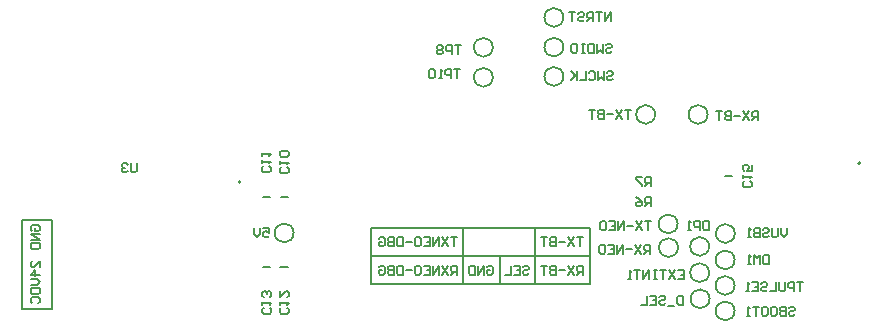
<source format=gbo>
G04*
G04 #@! TF.GenerationSoftware,Altium Limited,Altium Designer,25.2.1 (25)*
G04*
G04 Layer_Color=32896*
%FSLAX44Y44*%
%MOMM*%
G71*
G04*
G04 #@! TF.SameCoordinates,87619A9C-F5BC-4542-8D18-A5A081A772CD*
G04*
G04*
G04 #@! TF.FilePolarity,Positive*
G04*
G01*
G75*
%ADD10C,0.2000*%
%ADD12C,0.1270*%
D10*
X736750Y217750D02*
G03*
X736750Y217750I-1000J0D01*
G01*
X211920Y201750D02*
G03*
X211920Y201750I-920J0D01*
G01*
D12*
X609000Y103000D02*
G03*
X609000Y103000I-8000J0D01*
G01*
X581888Y166370D02*
G03*
X581888Y166370I-8000J0D01*
G01*
X582193Y146355D02*
G03*
X582193Y146355I-8000J0D01*
G01*
X562838Y259080D02*
G03*
X562838Y259080I-8000J0D01*
G01*
X607288D02*
G03*
X607288Y259080I-8000J0D01*
G01*
X256768Y158750D02*
G03*
X256768Y158750I-8000J0D01*
G01*
X630148Y92710D02*
G03*
X630148Y92710I-8000J0D01*
G01*
X630148Y114300D02*
G03*
X630148Y114300I-8000J0D01*
G01*
X630148Y135890D02*
G03*
X630148Y135890I-8000J0D01*
G01*
X630331Y158242D02*
G03*
X630331Y158242I-8000J0D01*
G01*
X608558Y147320D02*
G03*
X608558Y147320I-8000J0D01*
G01*
X608558Y125146D02*
G03*
X608558Y125146I-8000J0D01*
G01*
X485130Y291262D02*
G03*
X485130Y291262I-8000J0D01*
G01*
X425439Y290466D02*
G03*
X425439Y290466I-8000J0D01*
G01*
X485130Y316103D02*
G03*
X485130Y316103I-8000J0D01*
G01*
X425439Y315865D02*
G03*
X425439Y315865I-8000J0D01*
G01*
X485129Y341265D02*
G03*
X485129Y341265I-8000J0D01*
G01*
X622309Y207334D02*
X628309D01*
X460830Y138784D02*
Y162279D01*
X400023Y138946D02*
Y162441D01*
X460858Y115570D02*
Y138430D01*
X431648Y115570D02*
Y138430D01*
X399898Y115570D02*
Y138430D01*
X322428Y139065D02*
X507848D01*
X322428Y162560D02*
X507848D01*
Y115570D02*
Y162560D01*
X322428Y115570D02*
X507848D01*
X322428D02*
Y162560D01*
X230591Y189285D02*
X236591D01*
X245724Y189351D02*
X251724D01*
X230912Y129658D02*
X236912D01*
X245607Y129571D02*
X251607D01*
X26621Y93988D02*
X52098D01*
X26621Y169965D02*
X52098D01*
Y93988D02*
Y169965D01*
X26621Y93988D02*
Y169965D01*
X501498Y154937D02*
X496420D01*
X498959D01*
Y147320D01*
X493881Y154937D02*
X488802Y147320D01*
Y154937D02*
X493881Y147320D01*
X486263Y151129D02*
X481185D01*
X478646Y154937D02*
Y147320D01*
X474837D01*
X473567Y148590D01*
Y149859D01*
X474837Y151129D01*
X478646D01*
X474837D01*
X473567Y152398D01*
Y153668D01*
X474837Y154937D01*
X478646D01*
X471028D02*
X465950D01*
X468489D01*
Y147320D01*
X394853Y154937D02*
X389774D01*
X392314D01*
Y147320D01*
X387235Y154937D02*
X382157Y147320D01*
Y154937D02*
X387235Y147320D01*
X379618D02*
Y154937D01*
X374539Y147320D01*
Y154937D01*
X366922D02*
X372000D01*
Y147320D01*
X366922D01*
X372000Y151129D02*
X369461D01*
X360574Y154937D02*
X363113D01*
X364383Y153668D01*
Y148590D01*
X363113Y147320D01*
X360574D01*
X359304Y148590D01*
Y153668D01*
X360574Y154937D01*
X356765Y151129D02*
X351687D01*
X349147Y154937D02*
Y147320D01*
X345339D01*
X344069Y148590D01*
Y153668D01*
X345339Y154937D01*
X349147D01*
X341530D02*
Y147320D01*
X337721D01*
X336452Y148590D01*
Y149859D01*
X337721Y151129D01*
X341530D01*
X337721D01*
X336452Y152398D01*
Y153668D01*
X337721Y154937D01*
X341530D01*
X328834Y153668D02*
X330104Y154937D01*
X332643D01*
X333913Y153668D01*
Y148590D01*
X332643Y147320D01*
X330104D01*
X328834Y148590D01*
Y151129D01*
X331373D01*
X501498Y123190D02*
Y130808D01*
X497690D01*
X496420Y129538D01*
Y126999D01*
X497690Y125729D01*
X501498D01*
X498959D02*
X496420Y123190D01*
X493881Y130808D02*
X488802Y123190D01*
Y130808D02*
X493881Y123190D01*
X486263Y126999D02*
X481185D01*
X478646Y130808D02*
Y123190D01*
X474837D01*
X473567Y124460D01*
Y125729D01*
X474837Y126999D01*
X478646D01*
X474837D01*
X473567Y128268D01*
Y129538D01*
X474837Y130808D01*
X478646D01*
X471028D02*
X465950D01*
X468489D01*
Y123190D01*
X450715Y129538D02*
X451984Y130808D01*
X454523D01*
X455793Y129538D01*
Y128268D01*
X454523Y126999D01*
X451984D01*
X450715Y125729D01*
Y124460D01*
X451984Y123190D01*
X454523D01*
X455793Y124460D01*
X443097Y130808D02*
X448176D01*
Y123190D01*
X443097D01*
X448176Y126999D02*
X445636D01*
X440558Y130808D02*
Y123190D01*
X435480D01*
X420244Y129538D02*
X421514Y130808D01*
X424053D01*
X425323Y129538D01*
Y124460D01*
X424053Y123190D01*
X421514D01*
X420244Y124460D01*
Y126999D01*
X422784D01*
X417705Y123190D02*
Y130808D01*
X412627Y123190D01*
Y130808D01*
X410088D02*
Y123190D01*
X406279D01*
X405009Y124460D01*
Y129538D01*
X406279Y130808D01*
X410088D01*
X394853Y123190D02*
Y130808D01*
X391044D01*
X389774Y129538D01*
Y126999D01*
X391044Y125729D01*
X394853D01*
X392314D02*
X389774Y123190D01*
X387235Y130808D02*
X382157Y123190D01*
Y130808D02*
X387235Y123190D01*
X379618D02*
Y130808D01*
X374539Y123190D01*
Y130808D01*
X366922D02*
X372000D01*
Y123190D01*
X366922D01*
X372000Y126999D02*
X369461D01*
X360574Y130808D02*
X363113D01*
X364383Y129538D01*
Y124460D01*
X363113Y123190D01*
X360574D01*
X359304Y124460D01*
Y129538D01*
X360574Y130808D01*
X356765Y126999D02*
X351687D01*
X349147Y130808D02*
Y123190D01*
X345339D01*
X344069Y124460D01*
Y129538D01*
X345339Y130808D01*
X349147D01*
X341530D02*
Y123190D01*
X337721D01*
X336452Y124460D01*
Y125729D01*
X337721Y126999D01*
X341530D01*
X337721D01*
X336452Y128268D01*
Y129538D01*
X337721Y130808D01*
X341530D01*
X328834Y129538D02*
X330104Y130808D01*
X332643D01*
X333913Y129538D01*
Y124460D01*
X332643Y123190D01*
X330104D01*
X328834Y124460D01*
Y126999D01*
X331373D01*
X35410Y160022D02*
X34141Y161291D01*
Y163830D01*
X35410Y165100D01*
X40489D01*
X41758Y163830D01*
Y161291D01*
X40489Y160022D01*
X37950D01*
Y162561D01*
X41758Y157483D02*
X34141D01*
X41758Y152404D01*
X34141D01*
Y149865D02*
X41758D01*
Y146056D01*
X40489Y144787D01*
X35410D01*
X34141Y146056D01*
Y149865D01*
X41758Y129551D02*
Y134630D01*
X36680Y129551D01*
X35410D01*
X34141Y130821D01*
Y133360D01*
X35410Y134630D01*
X41758Y123203D02*
X34141D01*
X37950Y127012D01*
Y121934D01*
X34141Y119395D02*
X39219D01*
X41758Y116856D01*
X39219Y114316D01*
X34141D01*
Y111777D02*
X41758D01*
Y107969D01*
X40489Y106699D01*
X35410D01*
X34141Y107969D01*
Y111777D01*
X35410Y99081D02*
X34141Y100351D01*
Y102890D01*
X35410Y104160D01*
X40489D01*
X41758Y102890D01*
Y100351D01*
X40489Y99081D01*
X586774Y105444D02*
Y97826D01*
X582966D01*
X581696Y99096D01*
Y104174D01*
X582966Y105444D01*
X586774D01*
X579157Y96556D02*
X574078D01*
X566461Y104174D02*
X567730Y105444D01*
X570270D01*
X571539Y104174D01*
Y102904D01*
X570270Y101635D01*
X567730D01*
X566461Y100365D01*
Y99096D01*
X567730Y97826D01*
X570270D01*
X571539Y99096D01*
X558843Y105444D02*
X563922D01*
Y97826D01*
X558843D01*
X563922Y101635D02*
X561382D01*
X556304Y105444D02*
Y97826D01*
X551226D01*
X123952Y217679D02*
Y211331D01*
X122682Y210062D01*
X120143D01*
X118874Y211331D01*
Y217679D01*
X116334Y216409D02*
X115065Y217679D01*
X112526D01*
X111256Y216409D01*
Y215140D01*
X112526Y213870D01*
X113795D01*
X112526D01*
X111256Y212601D01*
Y211331D01*
X112526Y210062D01*
X115065D01*
X116334Y211331D01*
X559583Y168809D02*
X554505D01*
X557044D01*
Y161191D01*
X551965Y168809D02*
X546887Y161191D01*
Y168809D02*
X551965Y161191D01*
X544348Y165000D02*
X539270D01*
X536730Y161191D02*
Y168809D01*
X531652Y161191D01*
Y168809D01*
X524035D02*
X529113D01*
Y161191D01*
X524035D01*
X529113Y165000D02*
X526574D01*
X517687Y168809D02*
X520226D01*
X521495Y167539D01*
Y162461D01*
X520226Y161191D01*
X517687D01*
X516417Y162461D01*
Y167539D01*
X517687Y168809D01*
X542132Y262889D02*
X537054D01*
X539593D01*
Y255271D01*
X534515Y262889D02*
X529437Y255271D01*
Y262889D02*
X534515Y255271D01*
X526897Y259080D02*
X521819D01*
X519280Y262889D02*
Y255271D01*
X515471D01*
X514202Y256541D01*
Y257810D01*
X515471Y259080D01*
X519280D01*
X515471D01*
X514202Y260350D01*
Y261619D01*
X515471Y262889D01*
X519280D01*
X511662D02*
X506584D01*
X509123D01*
Y255271D01*
X558583Y141191D02*
Y148809D01*
X554774D01*
X553505Y147539D01*
Y145000D01*
X554774Y143730D01*
X558583D01*
X556044D02*
X553505Y141191D01*
X550965Y148809D02*
X545887Y141191D01*
Y148809D02*
X550965Y141191D01*
X543348Y145000D02*
X538270D01*
X535730Y141191D02*
Y148809D01*
X530652Y141191D01*
Y148809D01*
X523035D02*
X528113D01*
Y141191D01*
X523035D01*
X528113Y145000D02*
X525574D01*
X516687Y148809D02*
X519226D01*
X520495Y147539D01*
Y142461D01*
X519226Y141191D01*
X516687D01*
X515417Y142461D01*
Y147539D01*
X516687Y148809D01*
X650082Y254001D02*
Y261619D01*
X646274D01*
X645004Y260349D01*
Y257810D01*
X646274Y256540D01*
X650082D01*
X647543D02*
X645004Y254001D01*
X642465Y261619D02*
X637387Y254001D01*
Y261619D02*
X642465Y254001D01*
X634847Y257810D02*
X629769D01*
X627230Y261619D02*
Y254001D01*
X623421D01*
X622151Y255271D01*
Y256540D01*
X623421Y257810D01*
X627230D01*
X623421D01*
X622151Y259080D01*
Y260349D01*
X623421Y261619D01*
X627230D01*
X619612D02*
X614534D01*
X617073D01*
Y254001D01*
X230988Y162559D02*
X236066D01*
Y158750D01*
X233527Y160020D01*
X232257D01*
X230988Y158750D01*
Y156211D01*
X232257Y154941D01*
X234797D01*
X236066Y156211D01*
X228449Y162559D02*
Y157480D01*
X225910Y154941D01*
X223370Y157480D01*
Y162559D01*
X643539Y202556D02*
X644809Y201287D01*
Y198748D01*
X643539Y197478D01*
X638461D01*
X637191Y198748D01*
Y201287D01*
X638461Y202556D01*
X637191Y205096D02*
Y207635D01*
Y206365D01*
X644809D01*
X643539Y205096D01*
X644809Y216522D02*
Y211444D01*
X641000D01*
X642270Y213983D01*
Y215252D01*
X641000Y216522D01*
X638461D01*
X637191Y215252D01*
Y212713D01*
X638461Y211444D01*
X236130Y215201D02*
X237400Y213932D01*
Y211392D01*
X236130Y210123D01*
X231052D01*
X229782Y211392D01*
Y213932D01*
X231052Y215201D01*
X229782Y217740D02*
Y220279D01*
Y219010D01*
X237400D01*
X236130Y217740D01*
X229782Y224088D02*
Y226627D01*
Y225358D01*
X237400D01*
X236130Y224088D01*
X251539Y214556D02*
X252809Y213287D01*
Y210748D01*
X251539Y209478D01*
X246461D01*
X245191Y210748D01*
Y213287D01*
X246461Y214556D01*
X245191Y217096D02*
Y219635D01*
Y218365D01*
X252809D01*
X251539Y217096D01*
Y223444D02*
X252809Y224713D01*
Y227252D01*
X251539Y228522D01*
X246461D01*
X245191Y227252D01*
Y224713D01*
X246461Y223444D01*
X251539D01*
X559348Y181191D02*
Y188809D01*
X555539D01*
X554270Y187539D01*
Y185000D01*
X555539Y183730D01*
X559348D01*
X556809D02*
X554270Y181191D01*
X546652Y188809D02*
X549191Y187539D01*
X551730Y185000D01*
Y182461D01*
X550461Y181191D01*
X547922D01*
X546652Y182461D01*
Y183730D01*
X547922Y185000D01*
X551730D01*
X559348Y198191D02*
Y205809D01*
X555539D01*
X554270Y204539D01*
Y202000D01*
X555539Y200730D01*
X559348D01*
X556809D02*
X554270Y198191D01*
X551730Y205809D02*
X546652D01*
Y204539D01*
X551730Y199461D01*
Y198191D01*
X236539Y95556D02*
X237809Y94287D01*
Y91748D01*
X236539Y90478D01*
X231461D01*
X230191Y91748D01*
Y94287D01*
X231461Y95556D01*
X230191Y98096D02*
Y100635D01*
Y99365D01*
X237809D01*
X236539Y98096D01*
Y104444D02*
X237809Y105713D01*
Y108252D01*
X236539Y109522D01*
X235270D01*
X234000Y108252D01*
Y106983D01*
Y108252D01*
X232730Y109522D01*
X231461D01*
X230191Y108252D01*
Y105713D01*
X231461Y104444D01*
X251539Y95556D02*
X252809Y94287D01*
Y91748D01*
X251539Y90478D01*
X246461D01*
X245191Y91748D01*
Y94287D01*
X246461Y95556D01*
X245191Y98096D02*
Y100635D01*
Y99365D01*
X252809D01*
X251539Y98096D01*
X245191Y109522D02*
Y104444D01*
X250270Y109522D01*
X251539D01*
X252809Y108252D01*
Y105713D01*
X251539Y104444D01*
X525622Y337821D02*
Y345439D01*
X520544Y337821D01*
Y345439D01*
X518005D02*
X512927D01*
X515466D01*
Y337821D01*
X510387D02*
Y345439D01*
X506579D01*
X505309Y344169D01*
Y341630D01*
X506579Y340360D01*
X510387D01*
X507848D02*
X505309Y337821D01*
X497691Y344169D02*
X498961Y345439D01*
X501500D01*
X502770Y344169D01*
Y342900D01*
X501500Y341630D01*
X498961D01*
X497691Y340360D01*
Y339091D01*
X498961Y337821D01*
X501500D01*
X502770Y339091D01*
X495152Y345439D02*
X490074D01*
X492613D01*
Y337821D01*
X398196Y317540D02*
X393118D01*
X395657D01*
Y309922D01*
X390578D02*
Y317540D01*
X386770D01*
X385500Y316270D01*
Y313731D01*
X386770Y312461D01*
X390578D01*
X382961Y316270D02*
X381691Y317540D01*
X379152D01*
X377882Y316270D01*
Y315001D01*
X379152Y313731D01*
X377882Y312461D01*
Y311192D01*
X379152Y309922D01*
X381691D01*
X382961Y311192D01*
Y312461D01*
X381691Y313731D01*
X382961Y315001D01*
Y316270D01*
X381691Y313731D02*
X379152D01*
X521179Y317499D02*
X522449Y318769D01*
X524988D01*
X526258Y317499D01*
Y316230D01*
X524988Y314960D01*
X522449D01*
X521179Y313690D01*
Y312421D01*
X522449Y311151D01*
X524988D01*
X526258Y312421D01*
X518640Y318769D02*
Y311151D01*
X516101Y313690D01*
X513562Y311151D01*
Y318769D01*
X511023D02*
Y311151D01*
X507214D01*
X505944Y312421D01*
Y317499D01*
X507214Y318769D01*
X511023D01*
X503405D02*
X500866D01*
X502136D01*
Y311151D01*
X503405D01*
X500866D01*
X493248Y318769D02*
X495788D01*
X497057Y317499D01*
Y312421D01*
X495788Y311151D01*
X493248D01*
X491979Y312421D01*
Y317499D01*
X493248Y318769D01*
X397989Y297179D02*
X392911D01*
X395450D01*
Y289561D01*
X390371D02*
Y297179D01*
X386563D01*
X385293Y295909D01*
Y293370D01*
X386563Y292100D01*
X390371D01*
X382754Y289561D02*
X380215D01*
X381484D01*
Y297179D01*
X382754Y295909D01*
X376406D02*
X375136Y297179D01*
X372597D01*
X371328Y295909D01*
Y290831D01*
X372597Y289561D01*
X375136D01*
X376406Y290831D01*
Y295909D01*
X521693Y294284D02*
X522963Y295553D01*
X525502D01*
X526772Y294284D01*
Y293014D01*
X525502Y291744D01*
X522963D01*
X521693Y290475D01*
Y289205D01*
X522963Y287936D01*
X525502D01*
X526772Y289205D01*
X519154Y295553D02*
Y287936D01*
X516615Y290475D01*
X514076Y287936D01*
Y295553D01*
X506458Y294284D02*
X507728Y295553D01*
X510267D01*
X511536Y294284D01*
Y289205D01*
X510267Y287936D01*
X507728D01*
X506458Y289205D01*
X503919Y295553D02*
Y287936D01*
X498841D01*
X496301Y295553D02*
Y287936D01*
Y290475D01*
X491223Y295553D01*
X495032Y291744D01*
X491223Y287936D01*
X688180Y116839D02*
X683102D01*
X685641D01*
Y109221D01*
X680563D02*
Y116839D01*
X676754D01*
X675485Y115569D01*
Y113030D01*
X676754Y111760D01*
X680563D01*
X672945Y116839D02*
Y110491D01*
X671676Y109221D01*
X669137D01*
X667867Y110491D01*
Y116839D01*
X665328D02*
Y109221D01*
X660249D01*
X652632Y115569D02*
X653902Y116839D01*
X656441D01*
X657710Y115569D01*
Y114300D01*
X656441Y113030D01*
X653902D01*
X652632Y111760D01*
Y110491D01*
X653902Y109221D01*
X656441D01*
X657710Y110491D01*
X645014Y116839D02*
X650093D01*
Y109221D01*
X645014D01*
X650093Y113030D02*
X647554D01*
X642475Y109221D02*
X639936D01*
X641206D01*
Y116839D01*
X642475Y115569D01*
X582137Y126999D02*
X587216D01*
Y119381D01*
X582137D01*
X587216Y123190D02*
X584677D01*
X579598Y126999D02*
X574520Y119381D01*
Y126999D02*
X579598Y119381D01*
X571981Y126999D02*
X566902D01*
X569441D01*
Y119381D01*
X564363Y126999D02*
X561824D01*
X563093D01*
Y119381D01*
X564363D01*
X561824D01*
X558015D02*
Y126999D01*
X552937Y119381D01*
Y126999D01*
X550398D02*
X545319D01*
X547858D01*
Y119381D01*
X542780D02*
X540241D01*
X541510D01*
Y126999D01*
X542780Y125729D01*
X658975Y139699D02*
Y132081D01*
X655167D01*
X653897Y133351D01*
Y138429D01*
X655167Y139699D01*
X658975D01*
X651358Y132081D02*
Y139699D01*
X648819Y137160D01*
X646280Y139699D01*
Y132081D01*
X643740D02*
X641201D01*
X642471D01*
Y139699D01*
X643740Y138429D01*
X608175Y168909D02*
Y161291D01*
X604367D01*
X603097Y162561D01*
Y167639D01*
X604367Y168909D01*
X608175D01*
X600558Y161291D02*
Y168909D01*
X596749D01*
X595480Y167639D01*
Y165100D01*
X596749Y163830D01*
X600558D01*
X592940Y161291D02*
X590401D01*
X591671D01*
Y168909D01*
X592940Y167639D01*
X674213Y162559D02*
Y157480D01*
X671674Y154941D01*
X669135Y157480D01*
Y162559D01*
X666595D02*
Y156211D01*
X665326Y154941D01*
X662787D01*
X661517Y156211D01*
Y162559D01*
X653900Y161289D02*
X655169Y162559D01*
X657708D01*
X658978Y161289D01*
Y160020D01*
X657708Y158750D01*
X655169D01*
X653900Y157480D01*
Y156211D01*
X655169Y154941D01*
X657708D01*
X658978Y156211D01*
X651360Y162559D02*
Y154941D01*
X647551D01*
X646282Y156211D01*
Y157480D01*
X647551Y158750D01*
X651360D01*
X647551D01*
X646282Y160020D01*
Y161289D01*
X647551Y162559D01*
X651360D01*
X643743Y154941D02*
X641204D01*
X642473D01*
Y162559D01*
X643743Y161289D01*
X675852Y95023D02*
X677122Y96293D01*
X679661D01*
X680931Y95023D01*
Y93753D01*
X679661Y92484D01*
X677122D01*
X675852Y91214D01*
Y89945D01*
X677122Y88675D01*
X679661D01*
X680931Y89945D01*
X673313Y96293D02*
Y88675D01*
X669504D01*
X668235Y89945D01*
Y91214D01*
X669504Y92484D01*
X673313D01*
X669504D01*
X668235Y93753D01*
Y95023D01*
X669504Y96293D01*
X673313D01*
X661887D02*
X664426D01*
X665696Y95023D01*
Y89945D01*
X664426Y88675D01*
X661887D01*
X660617Y89945D01*
Y95023D01*
X661887Y96293D01*
X654269D02*
X656808D01*
X658078Y95023D01*
Y89945D01*
X656808Y88675D01*
X654269D01*
X653000Y89945D01*
Y95023D01*
X654269Y96293D01*
X650461D02*
X645382D01*
X647921D01*
Y88675D01*
X642843D02*
X640304D01*
X641573D01*
Y96293D01*
X642843Y95023D01*
M02*

</source>
